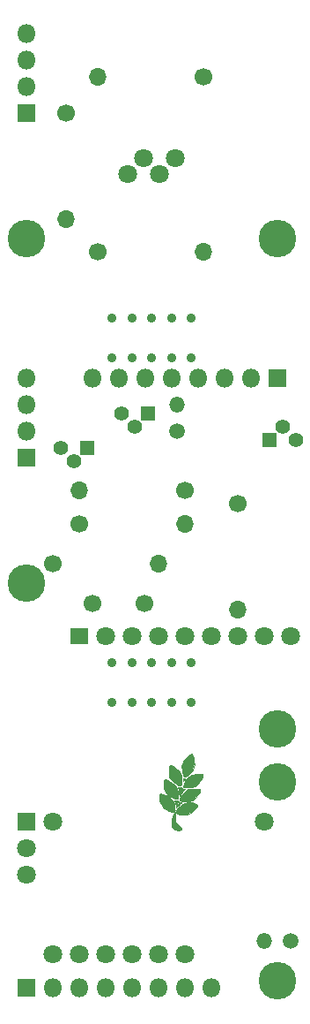
<source format=gbs>
G04 #@! TF.GenerationSoftware,KiCad,Pcbnew,5.1.6*
G04 #@! TF.CreationDate,2021-12-18T09:42:17+01:00*
G04 #@! TF.ProjectId,co2_blep,636f325f-626c-4657-902e-6b696361645f,rev?*
G04 #@! TF.SameCoordinates,Original*
G04 #@! TF.FileFunction,Soldermask,Bot*
G04 #@! TF.FilePolarity,Negative*
%FSLAX46Y46*%
G04 Gerber Fmt 4.6, Leading zero omitted, Abs format (unit mm)*
G04 Created by KiCad (PCBNEW 5.1.6) date 2021-12-18 09:42:17*
%MOMM*%
%LPD*%
G01*
G04 APERTURE LIST*
%ADD10C,0.010000*%
%ADD11C,0.900000*%
%ADD12O,1.700000X1.700000*%
%ADD13C,1.700000*%
%ADD14O,1.800000X1.800000*%
%ADD15R,1.800000X1.800000*%
%ADD16R,1.400000X1.400000*%
%ADD17C,1.400000*%
%ADD18C,3.600000*%
%ADD19C,1.801800*%
%ADD20R,1.801800X1.624000*%
%ADD21R,1.801800X1.801800*%
%ADD22O,1.500000X1.500000*%
%ADD23C,1.500000*%
G04 APERTURE END LIST*
D10*
G36*
X122174356Y-132496919D02*
G01*
X122129680Y-132539744D01*
X122083080Y-132628483D01*
X122037309Y-132752799D01*
X121995119Y-132902355D01*
X121959264Y-133066814D01*
X121932494Y-133235839D01*
X121917563Y-133399093D01*
X121915429Y-133469333D01*
X121922923Y-133657628D01*
X121951830Y-133801884D01*
X122007046Y-133912034D01*
X122093463Y-133998011D01*
X122209777Y-134066765D01*
X122388658Y-134133228D01*
X122563386Y-134160424D01*
X122710548Y-134147684D01*
X122810944Y-134115225D01*
X122869145Y-134073251D01*
X122884423Y-134017297D01*
X122856051Y-133942897D01*
X122783299Y-133845587D01*
X122665441Y-133720900D01*
X122636289Y-133692184D01*
X122494924Y-133546770D01*
X122393554Y-133420207D01*
X122326251Y-133298525D01*
X122287089Y-133167756D01*
X122270139Y-133013929D01*
X122269367Y-132827371D01*
X122270270Y-132675146D01*
X122262832Y-132572539D01*
X122245198Y-132513094D01*
X122215513Y-132490357D01*
X122174356Y-132496919D01*
G37*
X122174356Y-132496919D02*
X122129680Y-132539744D01*
X122083080Y-132628483D01*
X122037309Y-132752799D01*
X121995119Y-132902355D01*
X121959264Y-133066814D01*
X121932494Y-133235839D01*
X121917563Y-133399093D01*
X121915429Y-133469333D01*
X121922923Y-133657628D01*
X121951830Y-133801884D01*
X122007046Y-133912034D01*
X122093463Y-133998011D01*
X122209777Y-134066765D01*
X122388658Y-134133228D01*
X122563386Y-134160424D01*
X122710548Y-134147684D01*
X122810944Y-134115225D01*
X122869145Y-134073251D01*
X122884423Y-134017297D01*
X122856051Y-133942897D01*
X122783299Y-133845587D01*
X122665441Y-133720900D01*
X122636289Y-133692184D01*
X122494924Y-133546770D01*
X122393554Y-133420207D01*
X122326251Y-133298525D01*
X122287089Y-133167756D01*
X122270139Y-133013929D01*
X122269367Y-132827371D01*
X122270270Y-132675146D01*
X122262832Y-132572539D01*
X122245198Y-132513094D01*
X122215513Y-132490357D01*
X122174356Y-132496919D01*
G36*
X123245014Y-131546745D02*
G01*
X123006410Y-131638500D01*
X122795214Y-131779003D01*
X122681122Y-131887648D01*
X122576735Y-132009539D01*
X122482713Y-132136189D01*
X122405550Y-132257092D01*
X122351744Y-132361740D01*
X122327790Y-132439625D01*
X122327745Y-132459224D01*
X122362191Y-132511957D01*
X122443178Y-132559595D01*
X122560920Y-132600745D01*
X122705637Y-132634015D01*
X122867543Y-132658015D01*
X123036857Y-132671352D01*
X123203795Y-132672634D01*
X123358574Y-132660471D01*
X123491411Y-132633470D01*
X123510570Y-132627483D01*
X123721956Y-132529659D01*
X123928850Y-132379805D01*
X124126064Y-132182330D01*
X124296483Y-131959444D01*
X124370903Y-131841739D01*
X124407724Y-131755398D01*
X124403255Y-131692436D01*
X124353805Y-131644865D01*
X124255681Y-131604699D01*
X124114777Y-131566315D01*
X123800247Y-131510417D01*
X123509976Y-131503972D01*
X123245014Y-131546745D01*
G37*
X123245014Y-131546745D02*
X123006410Y-131638500D01*
X122795214Y-131779003D01*
X122681122Y-131887648D01*
X122576735Y-132009539D01*
X122482713Y-132136189D01*
X122405550Y-132257092D01*
X122351744Y-132361740D01*
X122327790Y-132439625D01*
X122327745Y-132459224D01*
X122362191Y-132511957D01*
X122443178Y-132559595D01*
X122560920Y-132600745D01*
X122705637Y-132634015D01*
X122867543Y-132658015D01*
X123036857Y-132671352D01*
X123203795Y-132672634D01*
X123358574Y-132660471D01*
X123491411Y-132633470D01*
X123510570Y-132627483D01*
X123721956Y-132529659D01*
X123928850Y-132379805D01*
X124126064Y-132182330D01*
X124296483Y-131959444D01*
X124370903Y-131841739D01*
X124407724Y-131755398D01*
X124403255Y-131692436D01*
X124353805Y-131644865D01*
X124255681Y-131604699D01*
X124114777Y-131566315D01*
X123800247Y-131510417D01*
X123509976Y-131503972D01*
X123245014Y-131546745D01*
G36*
X120795859Y-130676970D02*
G01*
X120792534Y-130678615D01*
X120765290Y-130697251D01*
X120749624Y-130725322D01*
X120743886Y-130774993D01*
X120746425Y-130858430D01*
X120753795Y-130964136D01*
X120794613Y-131273583D01*
X120868316Y-131539276D01*
X120977086Y-131764820D01*
X121123103Y-131953823D01*
X121308548Y-132109894D01*
X121518333Y-132228656D01*
X121653662Y-132285773D01*
X121801769Y-132338528D01*
X121933203Y-132376545D01*
X121947238Y-132379799D01*
X122066370Y-132405808D01*
X122142210Y-132419574D01*
X122186467Y-132421529D01*
X122210851Y-132412103D01*
X122227072Y-132391730D01*
X122228053Y-132390151D01*
X122241570Y-132334988D01*
X122246018Y-132238202D01*
X122242319Y-132113720D01*
X122231398Y-131975471D01*
X122214177Y-131837385D01*
X122191581Y-131713389D01*
X122180073Y-131666514D01*
X122106097Y-131465156D01*
X122001759Y-131278448D01*
X121877376Y-131123455D01*
X121819690Y-131070309D01*
X121708594Y-130991209D01*
X121571642Y-130912640D01*
X121419350Y-130838614D01*
X121262234Y-130773140D01*
X121110811Y-130720228D01*
X120975597Y-130683889D01*
X120867107Y-130668133D01*
X120795859Y-130676970D01*
G37*
X120795859Y-130676970D02*
X120792534Y-130678615D01*
X120765290Y-130697251D01*
X120749624Y-130725322D01*
X120743886Y-130774993D01*
X120746425Y-130858430D01*
X120753795Y-130964136D01*
X120794613Y-131273583D01*
X120868316Y-131539276D01*
X120977086Y-131764820D01*
X121123103Y-131953823D01*
X121308548Y-132109894D01*
X121518333Y-132228656D01*
X121653662Y-132285773D01*
X121801769Y-132338528D01*
X121933203Y-132376545D01*
X121947238Y-132379799D01*
X122066370Y-132405808D01*
X122142210Y-132419574D01*
X122186467Y-132421529D01*
X122210851Y-132412103D01*
X122227072Y-132391730D01*
X122228053Y-132390151D01*
X122241570Y-132334988D01*
X122246018Y-132238202D01*
X122242319Y-132113720D01*
X122231398Y-131975471D01*
X122214177Y-131837385D01*
X122191581Y-131713389D01*
X122180073Y-131666514D01*
X122106097Y-131465156D01*
X122001759Y-131278448D01*
X121877376Y-131123455D01*
X121819690Y-131070309D01*
X121708594Y-130991209D01*
X121571642Y-130912640D01*
X121419350Y-130838614D01*
X121262234Y-130773140D01*
X121110811Y-130720228D01*
X120975597Y-130683889D01*
X120867107Y-130668133D01*
X120795859Y-130676970D01*
G36*
X122545398Y-131288024D02*
G01*
X122542800Y-131290577D01*
X122480270Y-131318606D01*
X122387512Y-131321163D01*
X122284858Y-131297876D01*
X122278256Y-131295432D01*
X122211167Y-131276769D01*
X122189032Y-131291271D01*
X122209339Y-131341559D01*
X122218990Y-131357273D01*
X122245732Y-131416805D01*
X122277056Y-131512129D01*
X122306600Y-131623665D01*
X122309196Y-131634889D01*
X122335369Y-131749528D01*
X122359013Y-131852839D01*
X122375324Y-131923832D01*
X122376192Y-131927588D01*
X122394927Y-132008620D01*
X122496361Y-131885254D01*
X122577741Y-131796885D01*
X122677947Y-131702250D01*
X122741322Y-131649000D01*
X122815209Y-131588434D01*
X122826197Y-131578444D01*
X122614728Y-131578444D01*
X122546893Y-131650651D01*
X122479059Y-131722857D01*
X122461887Y-131657706D01*
X122441448Y-131578435D01*
X122425487Y-131514944D01*
X122422394Y-131454592D01*
X122449866Y-131437730D01*
X122502086Y-131464693D01*
X122548444Y-131507889D01*
X122614728Y-131578444D01*
X122826197Y-131578444D01*
X122867419Y-131540969D01*
X122885979Y-131518085D01*
X122862037Y-131501973D01*
X122801181Y-131484439D01*
X122781277Y-131480419D01*
X122669314Y-131443087D01*
X122598750Y-131383371D01*
X122576666Y-131314426D01*
X122570123Y-131276189D01*
X122545398Y-131288024D01*
G37*
X122545398Y-131288024D02*
X122542800Y-131290577D01*
X122480270Y-131318606D01*
X122387512Y-131321163D01*
X122284858Y-131297876D01*
X122278256Y-131295432D01*
X122211167Y-131276769D01*
X122189032Y-131291271D01*
X122209339Y-131341559D01*
X122218990Y-131357273D01*
X122245732Y-131416805D01*
X122277056Y-131512129D01*
X122306600Y-131623665D01*
X122309196Y-131634889D01*
X122335369Y-131749528D01*
X122359013Y-131852839D01*
X122375324Y-131923832D01*
X122376192Y-131927588D01*
X122394927Y-132008620D01*
X122496361Y-131885254D01*
X122577741Y-131796885D01*
X122677947Y-131702250D01*
X122741322Y-131649000D01*
X122815209Y-131588434D01*
X122826197Y-131578444D01*
X122614728Y-131578444D01*
X122546893Y-131650651D01*
X122479059Y-131722857D01*
X122461887Y-131657706D01*
X122441448Y-131578435D01*
X122425487Y-131514944D01*
X122422394Y-131454592D01*
X122449866Y-131437730D01*
X122502086Y-131464693D01*
X122548444Y-131507889D01*
X122614728Y-131578444D01*
X122826197Y-131578444D01*
X122867419Y-131540969D01*
X122885979Y-131518085D01*
X122862037Y-131501973D01*
X122801181Y-131484439D01*
X122781277Y-131480419D01*
X122669314Y-131443087D01*
X122598750Y-131383371D01*
X122576666Y-131314426D01*
X122570123Y-131276189D01*
X122545398Y-131288024D01*
G36*
X123969255Y-130182224D02*
G01*
X123837410Y-130185380D01*
X123738417Y-130192138D01*
X123660486Y-130203725D01*
X123591829Y-130221366D01*
X123520655Y-130246288D01*
X123520095Y-130246500D01*
X123302628Y-130359144D01*
X123108129Y-130522884D01*
X122937394Y-130736909D01*
X122800997Y-130979607D01*
X122740486Y-131113920D01*
X122707339Y-131208087D01*
X122699668Y-131270239D01*
X122715585Y-131308501D01*
X122723019Y-131315279D01*
X122787898Y-131343732D01*
X122896026Y-131367690D01*
X123034320Y-131386210D01*
X123189697Y-131398350D01*
X123349072Y-131403167D01*
X123499363Y-131399719D01*
X123627486Y-131387064D01*
X123654443Y-131382366D01*
X123859534Y-131315479D01*
X124060822Y-131198638D01*
X124250862Y-131038216D01*
X124422205Y-130840586D01*
X124567405Y-130612121D01*
X124578081Y-130591910D01*
X124643430Y-130461355D01*
X124683085Y-130361835D01*
X124692624Y-130289155D01*
X124667627Y-130239117D01*
X124603675Y-130207523D01*
X124496345Y-130190179D01*
X124341218Y-130182885D01*
X124145744Y-130181444D01*
X123969255Y-130182224D01*
G37*
X123969255Y-130182224D02*
X123837410Y-130185380D01*
X123738417Y-130192138D01*
X123660486Y-130203725D01*
X123591829Y-130221366D01*
X123520655Y-130246288D01*
X123520095Y-130246500D01*
X123302628Y-130359144D01*
X123108129Y-130522884D01*
X122937394Y-130736909D01*
X122800997Y-130979607D01*
X122740486Y-131113920D01*
X122707339Y-131208087D01*
X122699668Y-131270239D01*
X122715585Y-131308501D01*
X122723019Y-131315279D01*
X122787898Y-131343732D01*
X122896026Y-131367690D01*
X123034320Y-131386210D01*
X123189697Y-131398350D01*
X123349072Y-131403167D01*
X123499363Y-131399719D01*
X123627486Y-131387064D01*
X123654443Y-131382366D01*
X123859534Y-131315479D01*
X124060822Y-131198638D01*
X124250862Y-131038216D01*
X124422205Y-130840586D01*
X124567405Y-130612121D01*
X124578081Y-130591910D01*
X124643430Y-130461355D01*
X124683085Y-130361835D01*
X124692624Y-130289155D01*
X124667627Y-130239117D01*
X124603675Y-130207523D01*
X124496345Y-130190179D01*
X124341218Y-130182885D01*
X124145744Y-130181444D01*
X123969255Y-130182224D01*
G36*
X121244766Y-129314533D02*
G01*
X121209845Y-129375433D01*
X121190029Y-129483718D01*
X121181113Y-129584351D01*
X121182315Y-129864788D01*
X121225368Y-130133998D01*
X121307461Y-130381110D01*
X121425783Y-130595251D01*
X121451570Y-130630582D01*
X121562505Y-130747251D01*
X121713909Y-130866187D01*
X121891013Y-130978056D01*
X122079047Y-131073528D01*
X122262877Y-131143161D01*
X122375691Y-131173238D01*
X122447182Y-131180287D01*
X122487616Y-131164183D01*
X122502494Y-131140249D01*
X122519589Y-131064569D01*
X122531852Y-130949396D01*
X122538700Y-130811524D01*
X122539549Y-130667744D01*
X122533815Y-130534850D01*
X122526111Y-130461053D01*
X122464702Y-130211005D01*
X122354173Y-129985699D01*
X122193845Y-129784390D01*
X121983037Y-129606332D01*
X121721067Y-129450776D01*
X121523916Y-129361739D01*
X121393424Y-129313126D01*
X121303166Y-129295577D01*
X121244766Y-129314533D01*
G37*
X121244766Y-129314533D02*
X121209845Y-129375433D01*
X121190029Y-129483718D01*
X121181113Y-129584351D01*
X121182315Y-129864788D01*
X121225368Y-130133998D01*
X121307461Y-130381110D01*
X121425783Y-130595251D01*
X121451570Y-130630582D01*
X121562505Y-130747251D01*
X121713909Y-130866187D01*
X121891013Y-130978056D01*
X122079047Y-131073528D01*
X122262877Y-131143161D01*
X122375691Y-131173238D01*
X122447182Y-131180287D01*
X122487616Y-131164183D01*
X122502494Y-131140249D01*
X122519589Y-131064569D01*
X122531852Y-130949396D01*
X122538700Y-130811524D01*
X122539549Y-130667744D01*
X122533815Y-130534850D01*
X122526111Y-130461053D01*
X122464702Y-130211005D01*
X122354173Y-129985699D01*
X122193845Y-129784390D01*
X121983037Y-129606332D01*
X121721067Y-129450776D01*
X121523916Y-129361739D01*
X121393424Y-129313126D01*
X121303166Y-129295577D01*
X121244766Y-129314533D01*
G36*
X122638378Y-130012618D02*
G01*
X122572329Y-130013943D01*
X122548426Y-130015720D01*
X122558178Y-130041275D01*
X122582563Y-130100885D01*
X122593070Y-130126133D01*
X122615327Y-130206477D01*
X122635309Y-130329575D01*
X122651026Y-130481739D01*
X122656570Y-130562809D01*
X122675444Y-130892680D01*
X122788333Y-130710929D01*
X122870487Y-130594701D01*
X122972966Y-130471541D01*
X123063500Y-130377967D01*
X123139833Y-130304994D01*
X123196872Y-130246950D01*
X123224598Y-130214134D01*
X123225777Y-130211156D01*
X123201296Y-130199999D01*
X123144917Y-130195555D01*
X123072540Y-130179800D01*
X122997280Y-130140945D01*
X122938427Y-130091608D01*
X122915259Y-130045340D01*
X122887489Y-130024592D01*
X122804600Y-130013788D01*
X122731796Y-130012111D01*
X122638378Y-130012618D01*
G37*
X122638378Y-130012618D02*
X122572329Y-130013943D01*
X122548426Y-130015720D01*
X122558178Y-130041275D01*
X122582563Y-130100885D01*
X122593070Y-130126133D01*
X122615327Y-130206477D01*
X122635309Y-130329575D01*
X122651026Y-130481739D01*
X122656570Y-130562809D01*
X122675444Y-130892680D01*
X122788333Y-130710929D01*
X122870487Y-130594701D01*
X122972966Y-130471541D01*
X123063500Y-130377967D01*
X123139833Y-130304994D01*
X123196872Y-130246950D01*
X123224598Y-130214134D01*
X123225777Y-130211156D01*
X123201296Y-130199999D01*
X123144917Y-130195555D01*
X123072540Y-130179800D01*
X122997280Y-130140945D01*
X122938427Y-130091608D01*
X122915259Y-130045340D01*
X122887489Y-130024592D01*
X122804600Y-130013788D01*
X122731796Y-130012111D01*
X122638378Y-130012618D01*
G36*
X124259916Y-128770265D02*
G01*
X124007979Y-128811693D01*
X123793754Y-128882965D01*
X123610985Y-128986126D01*
X123462523Y-129113741D01*
X123318254Y-129293516D01*
X123192512Y-129511343D01*
X123094285Y-129749641D01*
X123043771Y-129932665D01*
X123035491Y-129991666D01*
X123052824Y-130023530D01*
X123108708Y-130045782D01*
X123132216Y-130052452D01*
X123240550Y-130070591D01*
X123386093Y-130078760D01*
X123550547Y-130077260D01*
X123715620Y-130066394D01*
X123863016Y-130046463D01*
X123896023Y-130039869D01*
X124130595Y-129963365D01*
X124338036Y-129839934D01*
X124506863Y-129685931D01*
X124611481Y-129554375D01*
X124718444Y-129388395D01*
X124816216Y-129208276D01*
X124893263Y-129034307D01*
X124918626Y-128961748D01*
X124939073Y-128883264D01*
X124938915Y-128827673D01*
X124911290Y-128791096D01*
X124849334Y-128769654D01*
X124746188Y-128759467D01*
X124594987Y-128756655D01*
X124555822Y-128756639D01*
X124259916Y-128770265D01*
G37*
X124259916Y-128770265D02*
X124007979Y-128811693D01*
X123793754Y-128882965D01*
X123610985Y-128986126D01*
X123462523Y-129113741D01*
X123318254Y-129293516D01*
X123192512Y-129511343D01*
X123094285Y-129749641D01*
X123043771Y-129932665D01*
X123035491Y-129991666D01*
X123052824Y-130023530D01*
X123108708Y-130045782D01*
X123132216Y-130052452D01*
X123240550Y-130070591D01*
X123386093Y-130078760D01*
X123550547Y-130077260D01*
X123715620Y-130066394D01*
X123863016Y-130046463D01*
X123896023Y-130039869D01*
X124130595Y-129963365D01*
X124338036Y-129839934D01*
X124506863Y-129685931D01*
X124611481Y-129554375D01*
X124718444Y-129388395D01*
X124816216Y-129208276D01*
X124893263Y-129034307D01*
X124918626Y-128961748D01*
X124939073Y-128883264D01*
X124938915Y-128827673D01*
X124911290Y-128791096D01*
X124849334Y-128769654D01*
X124746188Y-128759467D01*
X124594987Y-128756655D01*
X124555822Y-128756639D01*
X124259916Y-128770265D01*
G36*
X121766430Y-127928947D02*
G01*
X121721117Y-127968411D01*
X121691695Y-128048256D01*
X121674640Y-128172933D01*
X121666428Y-128346892D01*
X121664309Y-128474000D01*
X121665386Y-128659042D01*
X121673813Y-128801067D01*
X121690731Y-128913159D01*
X121708601Y-128982000D01*
X121801783Y-129197113D01*
X121943148Y-129392690D01*
X122134711Y-129570813D01*
X122378483Y-129733569D01*
X122496102Y-129797424D01*
X122621639Y-129859878D01*
X122707715Y-129896243D01*
X122763906Y-129908380D01*
X122799790Y-129898151D01*
X122824943Y-129867417D01*
X122827970Y-129861927D01*
X122858513Y-129775328D01*
X122883690Y-129647653D01*
X122901726Y-129494155D01*
X122910844Y-129330088D01*
X122909268Y-129170705D01*
X122909021Y-129165852D01*
X122882696Y-128941963D01*
X122825161Y-128748980D01*
X122730452Y-128575974D01*
X122592601Y-128412012D01*
X122408220Y-128248222D01*
X122302422Y-128171377D01*
X122172102Y-128087661D01*
X122043880Y-128014090D01*
X122032942Y-128008333D01*
X121918819Y-127953359D01*
X121831156Y-127925413D01*
X121766430Y-127928947D01*
G37*
X121766430Y-127928947D02*
X121721117Y-127968411D01*
X121691695Y-128048256D01*
X121674640Y-128172933D01*
X121666428Y-128346892D01*
X121664309Y-128474000D01*
X121665386Y-128659042D01*
X121673813Y-128801067D01*
X121690731Y-128913159D01*
X121708601Y-128982000D01*
X121801783Y-129197113D01*
X121943148Y-129392690D01*
X122134711Y-129570813D01*
X122378483Y-129733569D01*
X122496102Y-129797424D01*
X122621639Y-129859878D01*
X122707715Y-129896243D01*
X122763906Y-129908380D01*
X122799790Y-129898151D01*
X122824943Y-129867417D01*
X122827970Y-129861927D01*
X122858513Y-129775328D01*
X122883690Y-129647653D01*
X122901726Y-129494155D01*
X122910844Y-129330088D01*
X122909268Y-129170705D01*
X122909021Y-129165852D01*
X122882696Y-128941963D01*
X122825161Y-128748980D01*
X122730452Y-128575974D01*
X122592601Y-128412012D01*
X122408220Y-128248222D01*
X122302422Y-128171377D01*
X122172102Y-128087661D01*
X122043880Y-128014090D01*
X122032942Y-128008333D01*
X121918819Y-127953359D01*
X121831156Y-127925413D01*
X121766430Y-127928947D01*
G36*
X123063909Y-129181551D02*
G01*
X123057153Y-129227024D01*
X123056444Y-129295099D01*
X123057737Y-129374701D01*
X123061036Y-129424655D01*
X123063500Y-129433338D01*
X123080357Y-129411184D01*
X123114512Y-129355655D01*
X123131219Y-129326841D01*
X123191884Y-129220561D01*
X123124164Y-129188602D01*
X123083862Y-129172492D01*
X123063909Y-129181551D01*
G37*
X123063909Y-129181551D02*
X123057153Y-129227024D01*
X123056444Y-129295099D01*
X123057737Y-129374701D01*
X123061036Y-129424655D01*
X123063500Y-129433338D01*
X123080357Y-129411184D01*
X123114512Y-129355655D01*
X123131219Y-129326841D01*
X123191884Y-129220561D01*
X123124164Y-129188602D01*
X123083862Y-129172492D01*
X123063909Y-129181551D01*
G36*
X123745583Y-126868697D02*
G01*
X123644763Y-126935418D01*
X123552570Y-127006475D01*
X123326599Y-127211513D01*
X123141752Y-127432752D01*
X123008358Y-127655555D01*
X122945526Y-127843115D01*
X122918319Y-128064331D01*
X122926276Y-128309455D01*
X122968939Y-128568740D01*
X123045847Y-128832436D01*
X123066430Y-128887781D01*
X123111680Y-128988273D01*
X123158533Y-129043662D01*
X123217069Y-129055881D01*
X123297365Y-129026857D01*
X123409502Y-128958522D01*
X123415386Y-128954602D01*
X123564506Y-128840590D01*
X123712567Y-128702053D01*
X123846212Y-128553356D01*
X123952084Y-128408867D01*
X123997619Y-128328320D01*
X124077435Y-128100207D01*
X124111452Y-127843690D01*
X124099812Y-127563162D01*
X124042655Y-127263017D01*
X123954664Y-126985738D01*
X123916074Y-126899685D01*
X123873513Y-126851229D01*
X123819258Y-126840766D01*
X123745583Y-126868697D01*
G37*
X123745583Y-126868697D02*
X123644763Y-126935418D01*
X123552570Y-127006475D01*
X123326599Y-127211513D01*
X123141752Y-127432752D01*
X123008358Y-127655555D01*
X122945526Y-127843115D01*
X122918319Y-128064331D01*
X122926276Y-128309455D01*
X122968939Y-128568740D01*
X123045847Y-128832436D01*
X123066430Y-128887781D01*
X123111680Y-128988273D01*
X123158533Y-129043662D01*
X123217069Y-129055881D01*
X123297365Y-129026857D01*
X123409502Y-128958522D01*
X123415386Y-128954602D01*
X123564506Y-128840590D01*
X123712567Y-128702053D01*
X123846212Y-128553356D01*
X123952084Y-128408867D01*
X123997619Y-128328320D01*
X124077435Y-128100207D01*
X124111452Y-127843690D01*
X124099812Y-127563162D01*
X124042655Y-127263017D01*
X123954664Y-126985738D01*
X123916074Y-126899685D01*
X123873513Y-126851229D01*
X123819258Y-126840766D01*
X123745583Y-126868697D01*
D11*
X120015000Y-118110000D03*
X118110000Y-85090000D03*
X123825000Y-118110000D03*
X123825000Y-85090000D03*
X118110000Y-88900000D03*
X116205000Y-118110000D03*
X121920000Y-118110000D03*
X121920000Y-85090000D03*
X116205000Y-85090000D03*
X123825000Y-121920000D03*
X116205000Y-121920000D03*
X118110000Y-118110000D03*
X123825000Y-88900000D03*
X120015000Y-85090000D03*
X120015000Y-121920000D03*
X121920000Y-121920000D03*
X120015000Y-88900000D03*
X116205000Y-88900000D03*
X118110000Y-121920000D03*
X121920000Y-88900000D03*
D12*
X113030000Y-101600000D03*
D13*
X123190000Y-101600000D03*
D14*
X125730000Y-149225000D03*
X123190000Y-149225000D03*
X120650000Y-149225000D03*
X118110000Y-149225000D03*
X115570000Y-149225000D03*
X113030000Y-149225000D03*
X110490000Y-149225000D03*
D15*
X107950000Y-149225000D03*
D16*
X131318000Y-96774000D03*
D17*
X133858000Y-96774000D03*
X132588000Y-95504000D03*
D16*
X119634000Y-94234000D03*
D17*
X117094000Y-94234000D03*
X118364000Y-95504000D03*
D14*
X107950000Y-57785000D03*
X107950000Y-60325000D03*
X107950000Y-62865000D03*
D15*
X107950000Y-65405000D03*
D14*
X107950000Y-90805000D03*
X107950000Y-93345000D03*
X107950000Y-95885000D03*
D15*
X107950000Y-98425000D03*
D18*
X132080000Y-77470000D03*
X132080000Y-148590000D03*
X107950000Y-77470000D03*
D19*
X133350000Y-115570000D03*
X130810000Y-115570000D03*
X128270000Y-115570000D03*
X125730000Y-115570000D03*
X123190000Y-115570000D03*
X120650000Y-115570000D03*
X118110000Y-115570000D03*
X115570000Y-115570000D03*
D20*
X113030000Y-115570000D03*
D19*
X123190000Y-146050000D03*
X120650000Y-146050000D03*
X118110000Y-146050000D03*
X115570000Y-146050000D03*
X113030000Y-146050000D03*
X110490000Y-146050000D03*
X107950000Y-138430000D03*
X107950000Y-135890000D03*
D21*
X107950000Y-133350000D03*
D22*
X130810000Y-144780000D03*
D23*
X133350000Y-144780000D03*
D22*
X122428000Y-93345000D03*
D23*
X122428000Y-95885000D03*
D16*
X113792000Y-97536000D03*
D17*
X111252000Y-97536000D03*
X112522000Y-98806000D03*
D19*
X122301000Y-69723000D03*
X120777000Y-71247000D03*
X119253000Y-69723000D03*
X117729000Y-71247000D03*
D13*
X114300000Y-112395000D03*
X119300000Y-112395000D03*
D19*
X110490000Y-133350000D03*
X130810000Y-133350000D03*
D12*
X123190000Y-104775000D03*
D13*
X113030000Y-104775000D03*
D12*
X120650000Y-108585000D03*
D13*
X110490000Y-108585000D03*
D12*
X114808000Y-61976000D03*
D13*
X124968000Y-61976000D03*
D12*
X111760000Y-75565000D03*
D13*
X111760000Y-65405000D03*
D12*
X124968000Y-78740000D03*
D13*
X114808000Y-78740000D03*
D12*
X128270000Y-113030000D03*
D13*
X128270000Y-102870000D03*
D14*
X114300000Y-90805000D03*
X116840000Y-90805000D03*
X119380000Y-90805000D03*
X121920000Y-90805000D03*
X124460000Y-90805000D03*
X127000000Y-90805000D03*
X129540000Y-90805000D03*
D15*
X132080000Y-90805000D03*
D18*
X132080000Y-124460000D03*
X107950000Y-110490000D03*
X132080000Y-129540000D03*
M02*

</source>
